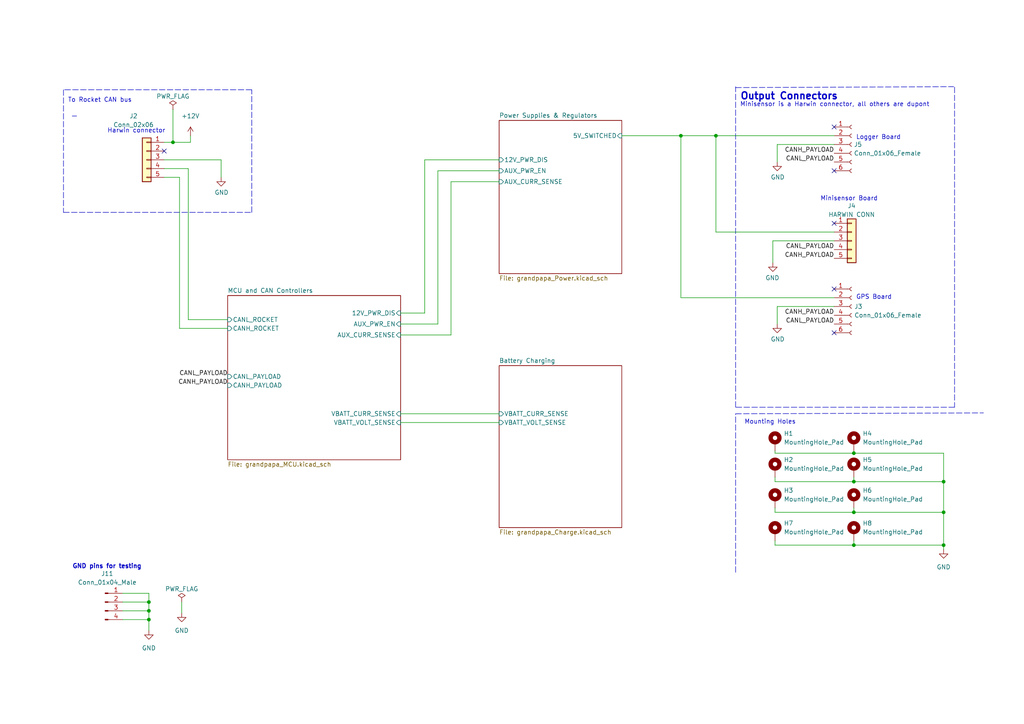
<source format=kicad_sch>
(kicad_sch (version 20211123) (generator eeschema)
  (paper "A4")
  (title_block (title "Grandpapa Board") (rev "0"))
  (lib_symbols
    (symbol "Connector:Conn_01x04_Male" (pin_names (offset 1.016) hide)
      (property "Reference" "J" (at 0 5.08 0))
      (property "Value" "Conn_01x04_Male" (at 0 -7.62 0))
      (symbol "Conn_01x04_Male_1_1"
        (polyline (pts (xy 1.27 -5.08) (xy 0.8636 -5.08)) (stroke (width 0.1524)))
        (polyline (pts (xy 1.27 -2.54) (xy 0.8636 -2.54)) (stroke (width 0.1524)))
        (polyline (pts (xy 1.27 0) (xy 0.8636 0)) (stroke (width 0.1524)))
        (polyline (pts (xy 1.27 2.54) (xy 0.8636 2.54)) (stroke (width 0.1524)))
        (rectangle (start 0.8636 -4.953) (end 0 -5.207) (stroke (width 0.1524)) (fill (type outline)))
        (rectangle (start 0.8636 -2.413) (end 0 -2.667) (stroke (width 0.1524)) (fill (type outline)))
        (rectangle (start 0.8636 0.127) (end 0 -0.127) (stroke (width 0.1524)) (fill (type outline)))
        (rectangle (start 0.8636 2.667) (end 0 2.413) (stroke (width 0.1524)) (fill (type outline)))
        (pin passive line (at 5.08 2.54 180) (length 3.81) (name "Pin_1") (number "1"))
        (pin passive line (at 5.08 0 180) (length 3.81) (name "Pin_2") (number "2"))
        (pin passive line (at 5.08 -2.54 180) (length 3.81) (name "Pin_3") (number "3"))
        (pin passive line (at 5.08 -5.08 180) (length 3.81) (name "Pin_4") (number "4"))
      )
    )
    (symbol "Connector:Conn_01x06_Female" (pin_names (offset 1.016) hide)
      (property "Reference" "J" (at 0 7.62 0))
      (property "Value" "Conn_01x06_Female" (at 0 -10.16 0))
      (symbol "Conn_01x06_Female_1_1"
        (arc (start 0 -7.112) (mid -0.508 -7.62) (end 0 -8.128) (stroke (width 0.1524)))
        (arc (start 0 -4.572) (mid -0.508 -5.08) (end 0 -5.588) (stroke (width 0.1524)))
        (arc (start 0 -2.032) (mid -0.508 -2.54) (end 0 -3.048) (stroke (width 0.1524)))
        (polyline (pts (xy -1.27 -7.62) (xy -0.508 -7.62)) (stroke (width 0.1524)))
        (polyline (pts (xy -1.27 -5.08) (xy -0.508 -5.08)) (stroke (width 0.1524)))
        (polyline (pts (xy -1.27 -2.54) (xy -0.508 -2.54)) (stroke (width 0.1524)))
        (polyline (pts (xy -1.27 0) (xy -0.508 0)) (stroke (width 0.1524)))
        (polyline (pts (xy -1.27 2.54) (xy -0.508 2.54)) (stroke (width 0.1524)))
        (polyline (pts (xy -1.27 5.08) (xy -0.508 5.08)) (stroke (width 0.1524)))
        (arc (start 0 0.508) (mid -0.508 0) (end 0 -0.508) (stroke (width 0.1524)))
        (arc (start 0 3.048) (mid -0.508 2.54) (end 0 2.032) (stroke (width 0.1524)))
        (arc (start 0 5.588) (mid -0.508 5.08) (end 0 4.572) (stroke (width 0.1524)))
        (pin passive line (at -5.08 5.08 0) (length 3.81) (name "Pin_1") (number "1"))
        (pin passive line (at -5.08 2.54 0) (length 3.81) (name "Pin_2") (number "2"))
        (pin passive line (at -5.08 0 0) (length 3.81) (name "Pin_3") (number "3"))
        (pin passive line (at -5.08 -2.54 0) (length 3.81) (name "Pin_4") (number "4"))
        (pin passive line (at -5.08 -5.08 0) (length 3.81) (name "Pin_5") (number "5"))
        (pin passive line (at -5.08 -7.62 0) (length 3.81) (name "Pin_6") (number "6"))
      )
    )
    (symbol "Connector_Generic:Conn_01x05" (pin_names (offset 1.016) hide)
      (property "Reference" "J" (at 0 7.62 0))
      (property "Value" "Conn_01x05" (at 0 -7.62 0))
      (symbol "Conn_01x05_1_1"
        (rectangle (start -1.27 -4.953) (end 0 -5.207) (stroke (width 0.1524)))
        (rectangle (start -1.27 -2.413) (end 0 -2.667) (stroke (width 0.1524)))
        (rectangle (start -1.27 0.127) (end 0 -0.127) (stroke (width 0.1524)))
        (rectangle (start -1.27 2.667) (end 0 2.413) (stroke (width 0.1524)))
        (rectangle (start -1.27 5.207) (end 0 4.953) (stroke (width 0.1524)))
        (rectangle (start -1.27 6.35) (end 1.27 -6.35) (stroke (width 0.254)) (fill (type background)))
        (pin passive line (at -5.08 5.08 0) (length 3.81) (name "Pin_1") (number "1"))
        (pin passive line (at -5.08 2.54 0) (length 3.81) (name "Pin_2") (number "2"))
        (pin passive line (at -5.08 0 0) (length 3.81) (name "Pin_3") (number "3"))
        (pin passive line (at -5.08 -2.54 0) (length 3.81) (name "Pin_4") (number "4"))
        (pin passive line (at -5.08 -5.08 0) (length 3.81) (name "Pin_5") (number "5"))
      )
    )
    (symbol "Mechanical:MountingHole_Pad" (pin_numbers hide) (pin_names (offset 1.016) hide)
      (property "Reference" "H" (at 0 6.35 0))
      (property "Value" "MountingHole_Pad" (at 0 4.445 0))
      (symbol "MountingHole_Pad_0_1"
        (circle (center 0 1.27) (radius 1.27) (stroke (width 1.27)))
      )
      (symbol "MountingHole_Pad_1_1"
        (pin input line (at 0 -2.54 90) (length 2.54) (name "1") (number "1"))
      )
    )
    (symbol "power:+12V" (power) (pin_names (offset 0))
      (property "Value" "+12V" (at 0 3.556 0))
      (symbol "+12V_0_1"
        (polyline (pts (xy -0.762 1.27) (xy 0 2.54)))
        (polyline (pts (xy 0 0) (xy 0 2.54)))
        (polyline (pts (xy 0 2.54) (xy 0.762 1.27)))
      )
      (symbol "+12V_1_1"
        (pin power_in line (at 0 0 90) (length 0) hide (name "+12V") (number "1"))
      )
    )
    (symbol "power:GND" (power) (pin_names (offset 0))
      (property "Value" "GND" (at 0 -3.81 0))
      (symbol "GND_0_1"
        (polyline (pts (xy 0 0) (xy 0 -1.27) (xy 1.27 -1.27) (xy 0 -2.54) (xy -1.27 -1.27) (xy 0 -1.27)))
      )
      (symbol "GND_1_1"
        (pin power_in line (at 0 0 270) (length 0) hide (name "GND") (number "1"))
      )
    )
    (symbol "power:PWR_FLAG" (power) (pin_numbers hide) (pin_names (offset 0) hide)
      (property "Value" "PWR_FLAG" (at 0 3.81 0))
      (symbol "PWR_FLAG_0_0"
        (pin power_out line (at 0 0 90) (length 0) (name "pwr") (number "1"))
      )
      (symbol "PWR_FLAG_0_1"
        (polyline (pts (xy 0 0) (xy 0 1.27) (xy -1.016 1.905) (xy 0 2.54) (xy 1.016 1.905) (xy 0 1.27)))
      )
    )
  )
  (junction (at 43.18 179.705))
  (junction (at 273.685 139.7))
  (junction (at 43.18 177.165))
  (junction (at 207.645 39.37))
  (junction (at 273.685 148.59))
  (junction (at 273.685 158.115))
  (junction (at 50.165 41.275))
  (junction (at 197.485 39.37))
  (junction (at 247.65 148.59))
  (junction (at 247.65 139.7))
  (junction (at 247.65 131.445))
  (junction (at 43.18 174.625))
  (junction (at 247.65 158.115))
  (no_connect (at 241.935 49.53))
  (no_connect (at 47.625 43.815))
  (no_connect (at 241.935 96.52))
  (no_connect (at 241.935 36.83))
  (no_connect (at 241.935 64.77))
  (no_connect (at 241.935 83.82))
  (wire (pts (xy 197.485 39.37) (xy 207.645 39.37)))
  (wire (pts (xy 43.18 172.085) (xy 43.18 174.625)))
  (wire (pts (xy 224.79 148.59) (xy 247.65 148.59)))
  (wire (pts (xy 47.625 48.895) (xy 54.61 48.895)))
  (wire (pts (xy 127 49.53) (xy 127 93.98)))
  (wire (pts (xy 144.78 46.355) (xy 123.19 46.355)))
  (wire (pts (xy 247.65 138.43) (xy 247.65 139.7)))
  (wire (pts (xy 273.685 158.115) (xy 273.685 159.385)))
  (wire (pts (xy 50.165 31.75) (xy 50.165 41.275)))
  (wire (pts (xy 197.485 39.37) (xy 197.485 86.36)))
  (wire (pts (xy 273.685 139.7) (xy 273.685 148.59)))
  (wire (pts (xy 225.425 46.99) (xy 225.425 41.91)))
  (wire (pts (xy 54.61 48.895) (xy 54.61 92.71)))
  (wire (pts (xy 116.205 97.155) (xy 130.81 97.155)))
  (wire (pts (xy 224.79 147.32) (xy 224.79 148.59)))
  (wire (pts (xy 35.56 177.165) (xy 43.18 177.165)))
  (wire (pts (xy 47.625 41.275) (xy 50.165 41.275)))
  (wire (pts (xy 247.65 139.7) (xy 273.685 139.7)))
  (wire (pts (xy 55.245 39.37) (xy 55.245 41.275)))
  (wire (pts (xy 247.65 147.32) (xy 247.65 148.59)))
  (polyline (pts (xy 20.955 33.655) (xy 22.225 33.655)))
  (wire (pts (xy 130.81 52.705) (xy 144.78 52.705)))
  (wire (pts (xy 224.155 76.2) (xy 224.155 69.85)))
  (polyline (pts (xy 73.025 61.595) (xy 73.025 26.035)))
  (wire (pts (xy 66.04 95.25) (xy 52.07 95.25)))
  (wire (pts (xy 224.79 130.81) (xy 224.79 131.445)))
  (wire (pts (xy 116.205 120.015) (xy 144.78 120.015)))
  (wire (pts (xy 225.425 88.9) (xy 241.935 88.9)))
  (wire (pts (xy 127 93.98) (xy 116.205 93.98)))
  (wire (pts (xy 43.18 177.165) (xy 43.18 179.705)))
  (polyline (pts (xy 213.36 118.11) (xy 213.36 25.146)))
  (polyline (pts (xy 213.36 120.015) (xy 285.242 119.761)))
  (polyline (pts (xy 276.86 118.11) (xy 213.36 118.11)))
  (wire (pts (xy 47.625 46.355) (xy 64.135 46.355)))
  (wire (pts (xy 273.685 148.59) (xy 273.685 158.115)))
  (wire (pts (xy 64.135 46.355) (xy 64.135 51.435)))
  (wire (pts (xy 35.56 172.085) (xy 43.18 172.085)))
  (wire (pts (xy 66.04 92.71) (xy 54.61 92.71)))
  (wire (pts (xy 52.07 95.25) (xy 52.07 51.435)))
  (polyline (pts (xy 276.86 25.273) (xy 276.86 118.11)))
  (wire (pts (xy 180.34 39.37) (xy 197.485 39.37)))
  (wire (pts (xy 224.79 131.445) (xy 247.65 131.445)))
  (wire (pts (xy 43.18 179.705) (xy 43.18 182.88)))
  (wire (pts (xy 123.19 90.805) (xy 116.205 90.805)))
  (wire (pts (xy 247.65 158.115) (xy 273.685 158.115)))
  (polyline (pts (xy 18.415 26.035) (xy 18.415 61.595)))
  (wire (pts (xy 207.645 39.37) (xy 207.645 67.31)))
  (wire (pts (xy 207.645 67.31) (xy 241.935 67.31)))
  (wire (pts (xy 197.485 86.36) (xy 241.935 86.36)))
  (wire (pts (xy 116.205 122.555) (xy 144.78 122.555)))
  (polyline (pts (xy 18.415 61.595) (xy 73.025 61.595)))
  (wire (pts (xy 225.425 88.9) (xy 225.425 93.98)))
  (polyline (pts (xy 213.36 25.4) (xy 276.606 25.146)))
  (wire (pts (xy 35.56 174.625) (xy 43.18 174.625)))
  (wire (pts (xy 224.79 158.115) (xy 247.65 158.115)))
  (wire (pts (xy 43.18 174.625) (xy 43.18 177.165)))
  (wire (pts (xy 130.81 97.155) (xy 130.81 52.705)))
  (polyline (pts (xy 213.36 165.989) (xy 213.36 120.015)))
  (wire (pts (xy 225.425 41.91) (xy 241.935 41.91)))
  (wire (pts (xy 247.65 156.845) (xy 247.65 158.115)))
  (wire (pts (xy 224.79 139.7) (xy 247.65 139.7)))
  (polyline (pts (xy 73.025 26.035) (xy 18.415 26.035)))
  (wire (pts (xy 224.79 156.845) (xy 224.79 158.115)))
  (wire (pts (xy 247.65 131.445) (xy 273.685 131.445)))
  (wire (pts (xy 52.07 51.435) (xy 47.625 51.435)))
  (wire (pts (xy 224.79 138.43) (xy 224.79 139.7)))
  (wire (pts (xy 144.78 49.53) (xy 127 49.53)))
  (wire (pts (xy 35.56 179.705) (xy 43.18 179.705)))
  (wire (pts (xy 50.165 41.275) (xy 55.245 41.275)))
  (wire (pts (xy 247.65 148.59) (xy 273.685 148.59)))
  (wire (pts (xy 123.19 46.355) (xy 123.19 90.805)))
  (wire (pts (xy 247.65 130.81) (xy 247.65 131.445)))
  (wire (pts (xy 241.935 69.85) (xy 224.155 69.85)))
  (wire (pts (xy 273.685 131.445) (xy 273.685 139.7)))
  (wire (pts (xy 207.645 39.37) (xy 241.935 39.37)))
  (wire (pts (xy 52.705 174.625) (xy 52.705 177.8)))
  (text "Harwin connector" (at 31.115 38.735 0) (effects (font (size 1.27 1.27)) (justify left bottom)))
  (text "Logger Board" (at 248.285 40.64 0) (effects (font (size 1.27 1.27)) (justify left bottom)))
  (text "GPS Board" (at 248.285 86.995 0) (effects (font (size 1.27 1.27)) (justify left bottom)))
  (text "Mounting Holes\n" (at 215.9 123.19 0) (effects (font (size 1.27 1.27)) (justify left bottom)))
  (text "Output Connectors\n\n" (at 214.63 32.385 0) (effects (font (size 2 2) (thickness 0.4) bold) (justify left bottom)))
  (text "Minisensor Board" (at 254.635 58.42 180) (effects (font (size 1.27 1.27)) (justify right bottom)))
  (text "Minisensor is a Harwin connector, all others are dupont" (at 214.63 31.115 0) (effects (font (size 1.27 1.27)) (justify left bottom)))
  (text "To Rocket CAN bus" (at 19.685 29.845 0) (effects (font (size 1.27 1.27)) (justify left bottom)))
  (text "GND pins for testing" (at 20.955 165.1 0) (effects (font (size 1.27 1.27) bold) (justify left bottom)))
  (label "CANH_PAYLOAD" (at 241.935 44.45 180))
  (label "CANH_PAYLOAD" (at 66.04 111.76 180))
  (label "CANL_PAYLOAD" (at 241.935 93.98 180))
  (label "CANH_PAYLOAD" (at 241.935 91.44 180))
  (label "CANL_PAYLOAD" (at 241.935 46.99 180))
  (label "CANL_PAYLOAD" (at 66.04 109.22 180))
  (label "CANL_PAYLOAD" (at 241.935 72.39 180))
  (label "CANH_PAYLOAD" (at 241.935 74.93 180))
  (symbol (lib_id "Mechanical:MountingHole_Pad") (at 224.79 128.27 0) (unit 1)
    (property "Reference" "H1" (at 227.33 125.7299 0) (effects (justify left)))
    (property "Value" "MountingHole_Pad" (at 227.33 128.2699 0) (effects (justify left)))
  )
  (symbol (lib_id "Mechanical:MountingHole_Pad") (at 247.65 154.305 0) (unit 1)
    (property "Reference" "H8" (at 250.19 151.7649 0) (effects (justify left)))
    (property "Value" "MountingHole_Pad" (at 250.19 154.3049 0) (effects (justify left)))
  )
  (symbol (lib_id "Connector:Conn_01x04_Male") (at 30.48 174.625 0) (unit 1)
    (property "Reference" "J11" (at 31.115 166.37 0))
    (property "Value" "Conn_01x04_Male" (at 31.115 168.91 0))
  )
  (symbol (lib_id "Mechanical:MountingHole_Pad") (at 247.65 128.27 0) (unit 1)
    (property "Reference" "H4" (at 250.19 125.7299 0) (effects (justify left)))
    (property "Value" "MountingHole_Pad" (at 250.19 128.2699 0) (effects (justify left)))
  )
  (symbol (lib_id "power:GND") (at 43.18 182.88 0) (unit 1)
    (property "Reference" "#PWR01" (effects hide))
    (property "Value" "GND" (at 43.18 187.96 0))
  )
  (symbol (lib_id "power:PWR_FLAG") (at 52.705 174.625 0) (unit 1)
    (property "Reference" "#FLG0106" (effects hide))
    (property "Value" "PWR_FLAG" (at 52.705 170.815 0))
  )
  (symbol (lib_id "power:+12V") (at 55.245 39.37 0) (unit 1)
    (property "Reference" "#PWR07" (effects hide))
    (property "Value" "+12V" (at 55.245 33.655 0))
  )
  (symbol (lib_id "Mechanical:MountingHole_Pad") (at 247.65 135.89 0) (unit 1)
    (property "Reference" "H5" (at 250.19 133.3499 0) (effects (justify left)))
    (property "Value" "MountingHole_Pad" (at 250.19 135.8899 0) (effects (justify left)))
  )
  (symbol (lib_id "power:GND") (at 225.425 46.99 0) (unit 1)
    (property "Reference" "#PWR04" (effects hide))
    (property "Value" "GND" (at 225.552 51.3842 0))
  )
  (symbol (lib_id "Mechanical:MountingHole_Pad") (at 224.79 135.89 0) (unit 1)
    (property "Reference" "H2" (at 227.33 133.3499 0) (effects (justify left)))
    (property "Value" "MountingHole_Pad" (at 227.33 135.8899 0) (effects (justify left)))
  )
  (symbol (lib_id "power:GND") (at 64.135 51.435 0) (unit 1)
    (property "Reference" "#PWR03" (effects hide))
    (property "Value" "GND" (at 64.262 55.8292 0))
  )
  (symbol (lib_id "power:PWR_FLAG") (at 50.165 31.75 0) (unit 1)
    (property "Reference" "#FLG0101" (effects hide))
    (property "Value" "PWR_FLAG" (at 50.165 27.94 0))
  )
  (symbol (lib_id "Mechanical:MountingHole_Pad") (at 224.79 154.305 0) (unit 1)
    (property "Reference" "H7" (at 227.33 151.7649 0) (effects (justify left)))
    (property "Value" "MountingHole_Pad" (at 227.33 154.3049 0) (effects (justify left)))
  )
  (symbol (lib_id "Connector_Generic:Conn_01x05") (at 247.015 69.85 0) (unit 1)
    (property "Reference" "J4" (at 247.015 59.69 0))
    (property "Value" "HARWIN CONN" (at 247.015 62.23 0))
    (property "Footprint" "Payload2020_custom:connector_Harwin_M80-5000642" (effects hide))
  )
  (symbol (lib_id "Connector_Generic:Conn_01x05") (at 42.545 46.355 0) (mirror y) (unit 1)
    (property "Reference" "J2" (at 38.735 33.655 0))
    (property "Value" "Conn_02x06" (at 38.735 36.195 0))
    (property "Footprint" "Payload2020_custom:connector_Harwin_M80-5000642" (effects hide))
  )
  (symbol (lib_id "Connector:Conn_01x06_Female") (at 247.015 41.91 0) (unit 1)
    (property "Reference" "J5" (at 247.65 41.91 0) (effects (justify left)))
    (property "Value" "Conn_01x06_Female" (at 247.65 44.45 0) (effects (justify left)))
  )
  (symbol (lib_id "Mechanical:MountingHole_Pad") (at 224.79 144.78 0) (unit 1)
    (property "Reference" "H3" (at 227.33 142.2399 0) (effects (justify left)))
    (property "Value" "MountingHole_Pad" (at 227.33 144.7799 0) (effects (justify left)))
  )
  (symbol (lib_id "power:GND") (at 273.685 159.385 0) (unit 1)
    (property "Reference" "#PWR02" (effects hide))
    (property "Value" "GND" (at 273.685 164.465 0))
  )
  (symbol (lib_id "Connector:Conn_01x06_Female") (at 247.015 88.9 0) (unit 1)
    (property "Reference" "J3" (at 247.777 88.8999 0) (effects (justify left)))
    (property "Value" "Conn_01x06_Female" (at 247.777 91.4399 0) (effects (justify left)))
  )
  (symbol (lib_id "Mechanical:MountingHole_Pad") (at 247.65 144.78 0) (unit 1)
    (property "Reference" "H6" (at 250.19 142.2399 0) (effects (justify left)))
    (property "Value" "MountingHole_Pad" (at 250.19 144.7799 0) (effects (justify left)))
  )
  (symbol (lib_id "power:GND") (at 224.155 76.2 0) (mirror y) (unit 1)
    (property "Reference" "#PWR05" (effects hide))
    (property "Value" "GND" (at 224.028 80.5942 0))
  )
  (symbol (lib_id "power:GND") (at 225.425 93.98 0) (unit 1)
    (property "Reference" "#PWR06" (effects hide))
    (property "Value" "GND" (at 225.552 98.3742 0))
  )
  (symbol (lib_id "power:GND") (at 52.705 177.8 0) (unit 1)
    (property "Reference" "#PWR0104" (effects hide))
    (property "Value" "GND" (at 52.705 182.88 0))
  )
  (sheet (at 144.78 34.925) (size 35.56 44.45) (stroke (width 0.1524))
    (property "Sheet name" "Power Supplies & Regulators" (at 144.78 34.2134 0) (effects (justify left bottom)))
    (property "Sheet file" "grandpapa_Power.kicad_sch" (at 144.78 79.9596 0) (effects (justify left top)))
    (pin "12V_PWR_DIS" input (at 144.78 46.355 180))
    (pin "AUX_PWR_EN" input (at 144.78 49.53 180))
    (pin "5V_SWITCHED" input (at 180.34 39.37 0))
    (pin "AUX_CURR_SENSE" input (at 144.78 52.705 180))
  )
  (sheet (at 66.04 85.725) (size 50.165 47.625) (stroke (width 0.1524))
    (property "Sheet name" "MCU and CAN Controllers" (at 66.04 85.0134 0) (effects (justify left bottom)))
    (property "Sheet file" "grandpapa_MCU.kicad_sch" (at 66.04 133.9346 0) (effects (justify left top)))
    (pin "CANH_PAYLOAD" input (at 66.04 111.76 180))
    (pin "CANL_PAYLOAD" input (at 66.04 109.22 180))
    (pin "CANH_ROCKET" input (at 66.04 95.25 180))
    (pin "CANL_ROCKET" input (at 66.04 92.71 180))
    (pin "VBATT_VOLT_SENSE" input (at 116.205 122.555 0))
    (pin "VBATT_CURR_SENSE" input (at 116.205 120.015 0))
    (pin "12V_PWR_DIS" input (at 116.205 90.805 0))
    (pin "AUX_PWR_EN" input (at 116.205 93.98 0))
    (pin "AUX_CURR_SENSE" input (at 116.205 97.155 0))
  )
  (sheet (at 144.78 106.045) (size 35.56 46.99) (stroke (width 0.1524))
    (property "Sheet name" "Battery Charging" (at 144.78 105.3334 0) (effects (justify left bottom)))
    (property "Sheet file" "grandpapa_Charge.kicad_sch" (at 144.78 153.6196 0) (effects (justify left top)))
    (pin "VBATT_CURR_SENSE" input (at 144.78 120.015 180))
    (pin "VBATT_VOLT_SENSE" input (at 144.78 122.555 180))
  )
)
</source>
